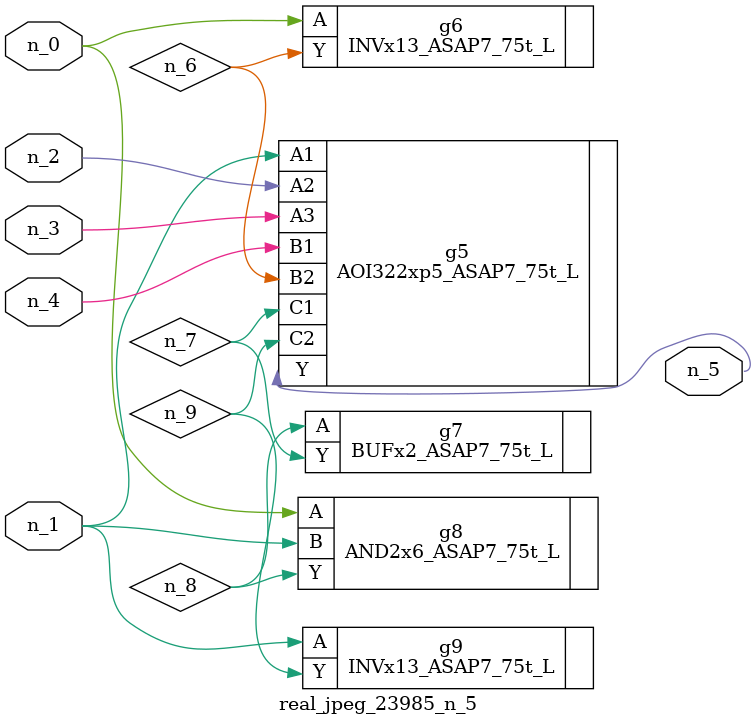
<source format=v>
module real_jpeg_23985_n_5 (n_4, n_0, n_1, n_2, n_3, n_5);

input n_4;
input n_0;
input n_1;
input n_2;
input n_3;

output n_5;

wire n_8;
wire n_6;
wire n_7;
wire n_9;

INVx13_ASAP7_75t_L g6 ( 
.A(n_0),
.Y(n_6)
);

AND2x6_ASAP7_75t_L g8 ( 
.A(n_0),
.B(n_1),
.Y(n_8)
);

AOI322xp5_ASAP7_75t_L g5 ( 
.A1(n_1),
.A2(n_2),
.A3(n_3),
.B1(n_4),
.B2(n_6),
.C1(n_7),
.C2(n_9),
.Y(n_5)
);

INVx13_ASAP7_75t_L g9 ( 
.A(n_1),
.Y(n_9)
);

BUFx2_ASAP7_75t_L g7 ( 
.A(n_8),
.Y(n_7)
);


endmodule
</source>
